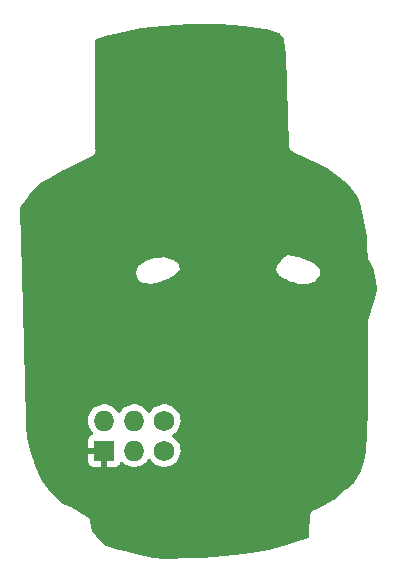
<source format=gbr>
%TF.GenerationSoftware,KiCad,Pcbnew,(6.0.1)*%
%TF.CreationDate,2022-06-11T13:52:41-05:00*%
%TF.ProjectId,HankPropane2.0,48616e6b-5072-46f7-9061-6e65322e302e,rev?*%
%TF.SameCoordinates,Original*%
%TF.FileFunction,Copper,L1,Top*%
%TF.FilePolarity,Positive*%
%FSLAX46Y46*%
G04 Gerber Fmt 4.6, Leading zero omitted, Abs format (unit mm)*
G04 Created by KiCad (PCBNEW (6.0.1)) date 2022-06-11 13:52:41*
%MOMM*%
%LPD*%
G01*
G04 APERTURE LIST*
%TA.AperFunction,ComponentPad*%
%ADD10O,1.727200X1.727200*%
%TD*%
%TA.AperFunction,ComponentPad*%
%ADD11R,1.727200X1.727200*%
%TD*%
%TA.AperFunction,ComponentPad*%
%ADD12C,1.727200*%
%TD*%
G04 APERTURE END LIST*
D10*
%TO.P,X1,1,VCC*%
%TO.N,+3V3*%
X172068800Y-109468600D03*
D11*
%TO.P,X1,2,GND*%
%TO.N,GND*%
X172068800Y-112008600D03*
D10*
%TO.P,X1,3,SDA*%
%TO.N,unconnected-(X1-Pad3)*%
X174608800Y-109468600D03*
%TO.P,X1,4,SCL*%
%TO.N,unconnected-(X1-Pad4)*%
X174608800Y-112008600D03*
D12*
%TO.P,X1,5,GPIO1*%
%TO.N,unconnected-(X1-Pad5)*%
X177148800Y-109468600D03*
%TO.P,X1,6,GPIO2*%
%TO.N,unconnected-(X1-Pad6)*%
X177148800Y-112008600D03*
%TD*%
%TA.AperFunction,Conductor*%
%TO.N,GND*%
G36*
X181877601Y-75920839D02*
G01*
X183892502Y-76045215D01*
X183901610Y-76046111D01*
X185709979Y-76290484D01*
X185728896Y-76294540D01*
X186825107Y-76619343D01*
X186847524Y-76625985D01*
X186907156Y-76664516D01*
X186913628Y-76672681D01*
X186982582Y-76767493D01*
X187297535Y-77200554D01*
X187320891Y-77261000D01*
X187447269Y-78419452D01*
X187452492Y-78467333D01*
X187453154Y-78476485D01*
X187729465Y-86188111D01*
X187727897Y-86212940D01*
X187726277Y-86222854D01*
X187731865Y-86268256D01*
X187732727Y-86279124D01*
X187733032Y-86287644D01*
X187733823Y-86292042D01*
X187733825Y-86292056D01*
X187736271Y-86305647D01*
X187737319Y-86312569D01*
X187744053Y-86367278D01*
X187747606Y-86375521D01*
X187748999Y-86380659D01*
X187750689Y-86385753D01*
X187752279Y-86394591D01*
X187756285Y-86402626D01*
X187756286Y-86402628D01*
X187776878Y-86443926D01*
X187779827Y-86450276D01*
X187801651Y-86500908D01*
X187807376Y-86507824D01*
X187810169Y-86512387D01*
X187813203Y-86516777D01*
X187817211Y-86524815D01*
X187823313Y-86531404D01*
X187823315Y-86531407D01*
X187854673Y-86565268D01*
X187859284Y-86570533D01*
X187894439Y-86613002D01*
X187901869Y-86618030D01*
X187905836Y-86621631D01*
X187909992Y-86625002D01*
X187916084Y-86631580D01*
X187923780Y-86636185D01*
X187923783Y-86636188D01*
X187963389Y-86659889D01*
X187969299Y-86663653D01*
X187987040Y-86675657D01*
X187994109Y-86678989D01*
X188005069Y-86684832D01*
X188040948Y-86706303D01*
X188054470Y-86709825D01*
X188076418Y-86717778D01*
X189180287Y-87237992D01*
X190207140Y-87721910D01*
X190217030Y-87727119D01*
X190899344Y-88126208D01*
X191502211Y-88478828D01*
X191516167Y-88488299D01*
X191615005Y-88565516D01*
X192260787Y-89070034D01*
X192269282Y-89076671D01*
X192279226Y-89085313D01*
X192369132Y-89172119D01*
X192944449Y-89727598D01*
X192961248Y-89747576D01*
X193436784Y-90449556D01*
X193444322Y-90462222D01*
X193536803Y-90640578D01*
X193742460Y-91037202D01*
X193754003Y-91069739D01*
X194064634Y-92575109D01*
X194065317Y-92578675D01*
X194284069Y-93818273D01*
X194285947Y-93837021D01*
X194309422Y-94776051D01*
X194309183Y-94787565D01*
X194308487Y-94798026D01*
X194308916Y-94802883D01*
X194310209Y-94817540D01*
X194310658Y-94825469D01*
X194311070Y-94841961D01*
X194312950Y-94853096D01*
X194314219Y-94862992D01*
X194387429Y-95692703D01*
X194387624Y-95695197D01*
X194391681Y-95754627D01*
X194391682Y-95754632D01*
X194392293Y-95763584D01*
X194395392Y-95772004D01*
X194404006Y-95795412D01*
X194408433Y-95810169D01*
X194416172Y-95843183D01*
X194420591Y-95850996D01*
X194453409Y-95909019D01*
X194453880Y-95909859D01*
X194910064Y-96730992D01*
X194923473Y-96767472D01*
X195098861Y-97644405D01*
X195101063Y-97661256D01*
X195143154Y-98334699D01*
X195143271Y-98336578D01*
X195140061Y-98373740D01*
X195122665Y-98446491D01*
X194886257Y-99435105D01*
X194884721Y-99440913D01*
X194663021Y-100204544D01*
X194661899Y-100208199D01*
X194397547Y-101025287D01*
X194391908Y-101039649D01*
X194377487Y-101070641D01*
X194376137Y-101079516D01*
X194367478Y-101136419D01*
X194367081Y-101138864D01*
X194355783Y-101204420D01*
X194356803Y-101213341D01*
X194356803Y-101213342D01*
X194360111Y-101242276D01*
X194360926Y-101256154D01*
X194385238Y-108306665D01*
X194386157Y-108573316D01*
X194386062Y-108578646D01*
X194312098Y-110477058D01*
X194310714Y-110512582D01*
X194310540Y-110515917D01*
X194212880Y-112005246D01*
X194211466Y-112026804D01*
X194210111Y-112038726D01*
X194130052Y-112532425D01*
X194072120Y-112889674D01*
X194066159Y-112912565D01*
X194028141Y-113017115D01*
X193700179Y-113919010D01*
X193690302Y-113939946D01*
X193333499Y-114544958D01*
X193197248Y-114775992D01*
X193166072Y-114811444D01*
X192601860Y-115250275D01*
X192591218Y-115257706D01*
X192589647Y-115258686D01*
X192589641Y-115258691D01*
X192585514Y-115261266D01*
X192581825Y-115264452D01*
X192567885Y-115276491D01*
X192562897Y-115280581D01*
X192546925Y-115293004D01*
X192543818Y-115296224D01*
X192543816Y-115296226D01*
X192541715Y-115298404D01*
X192533397Y-115306276D01*
X192457122Y-115372150D01*
X191483090Y-116213358D01*
X191463865Y-116227042D01*
X190593011Y-116731221D01*
X190575364Y-116739681D01*
X189881585Y-117008240D01*
X189862312Y-117013979D01*
X189849345Y-117016736D01*
X189849340Y-117016738D01*
X189840565Y-117018604D01*
X189832664Y-117022859D01*
X189807078Y-117036638D01*
X189803296Y-117038546D01*
X189799998Y-117039823D01*
X189796087Y-117042019D01*
X189796076Y-117042024D01*
X189773489Y-117054705D01*
X189771555Y-117055769D01*
X189712448Y-117087600D01*
X189709208Y-117090795D01*
X189705244Y-117093021D01*
X189698972Y-117099429D01*
X189698966Y-117099433D01*
X189658251Y-117141027D01*
X189656689Y-117142595D01*
X189615240Y-117183476D01*
X189615235Y-117183482D01*
X189608847Y-117189783D01*
X189606636Y-117193757D01*
X189603454Y-117197007D01*
X189571794Y-117256327D01*
X189570796Y-117258160D01*
X189538088Y-117316936D01*
X189537080Y-117321372D01*
X189534940Y-117325383D01*
X189533106Y-117334170D01*
X189533105Y-117334173D01*
X189521216Y-117391139D01*
X189520760Y-117393233D01*
X189513327Y-117425965D01*
X189513083Y-117429507D01*
X189512363Y-117433559D01*
X189507045Y-117459038D01*
X189507045Y-117459042D01*
X189505211Y-117467828D01*
X189505917Y-117476775D01*
X189507269Y-117493909D01*
X189507360Y-117512486D01*
X189413668Y-118871020D01*
X189385595Y-119278072D01*
X189360954Y-119344655D01*
X189306689Y-119386391D01*
X188807361Y-119586122D01*
X188799302Y-119589032D01*
X188441654Y-119704580D01*
X187187023Y-120109923D01*
X187179750Y-120112032D01*
X185999453Y-120416048D01*
X185549344Y-120531985D01*
X185538328Y-120534303D01*
X183884248Y-120805869D01*
X183876372Y-120806909D01*
X181376577Y-121056889D01*
X181368484Y-121057436D01*
X180310829Y-121094765D01*
X179232822Y-121132812D01*
X179231666Y-121132848D01*
X177307683Y-121182821D01*
X177296211Y-121182596D01*
X176204750Y-121111413D01*
X176185838Y-121108728D01*
X174746840Y-120791661D01*
X174741886Y-120790464D01*
X173782463Y-120537984D01*
X173329577Y-120418803D01*
X173320514Y-120416050D01*
X172078939Y-119987142D01*
X172032459Y-119958593D01*
X172024468Y-119950859D01*
X171394957Y-119341656D01*
X171377744Y-119321006D01*
X171349122Y-119278072D01*
X171077753Y-118871020D01*
X171059161Y-118826447D01*
X170890530Y-118004371D01*
X170888126Y-117985512D01*
X170887301Y-117969446D01*
X170886841Y-117960481D01*
X170874394Y-117924819D01*
X170873869Y-117923150D01*
X170873508Y-117921387D01*
X170871995Y-117917171D01*
X170871993Y-117917164D01*
X170862345Y-117890280D01*
X170861977Y-117889241D01*
X170850917Y-117857555D01*
X170838890Y-117823095D01*
X170837569Y-117821245D01*
X170836802Y-117819109D01*
X170795587Y-117762469D01*
X170794941Y-117761572D01*
X170759139Y-117711453D01*
X170754306Y-117704687D01*
X170752522Y-117703285D01*
X170751185Y-117701448D01*
X170695745Y-117658664D01*
X170694889Y-117657998D01*
X170670079Y-117638503D01*
X170666394Y-117635607D01*
X170664816Y-117634722D01*
X170663403Y-117633706D01*
X170661728Y-117632413D01*
X170635985Y-117612547D01*
X170608989Y-117601990D01*
X170593200Y-117594515D01*
X169217819Y-116822371D01*
X169212427Y-116819150D01*
X169208682Y-116816345D01*
X169199204Y-116811310D01*
X169180250Y-116801240D01*
X169177686Y-116799839D01*
X169156196Y-116787775D01*
X169156188Y-116787771D01*
X169152276Y-116785575D01*
X169148092Y-116783956D01*
X169147477Y-116783666D01*
X169142077Y-116780961D01*
X168441497Y-116408779D01*
X168412525Y-116387600D01*
X167840879Y-115828657D01*
X167383730Y-115381666D01*
X167366520Y-115360772D01*
X167321987Y-115293004D01*
X166837680Y-114556017D01*
X166831195Y-114544958D01*
X166212980Y-113356083D01*
X166204160Y-113334416D01*
X166077925Y-112916869D01*
X170697201Y-112916869D01*
X170697571Y-112923690D01*
X170703095Y-112974552D01*
X170706721Y-112989804D01*
X170751876Y-113110254D01*
X170760414Y-113125849D01*
X170836915Y-113227924D01*
X170849476Y-113240485D01*
X170951551Y-113316986D01*
X170967146Y-113325524D01*
X171087594Y-113370678D01*
X171102849Y-113374305D01*
X171153714Y-113379831D01*
X171160528Y-113380200D01*
X171796685Y-113380200D01*
X171811924Y-113375725D01*
X171813129Y-113374335D01*
X171814800Y-113366652D01*
X171814800Y-112280715D01*
X171810325Y-112265476D01*
X171808935Y-112264271D01*
X171801252Y-112262600D01*
X170715316Y-112262600D01*
X170700077Y-112267075D01*
X170698872Y-112268465D01*
X170697201Y-112276148D01*
X170697201Y-112916869D01*
X166077925Y-112916869D01*
X165895900Y-112314787D01*
X165894146Y-112308378D01*
X165555748Y-110930614D01*
X165552390Y-110908941D01*
X165480612Y-109832280D01*
X165480396Y-109827872D01*
X165468000Y-109434962D01*
X170692409Y-109434962D01*
X170692706Y-109440114D01*
X170692706Y-109440118D01*
X170698418Y-109539178D01*
X170705397Y-109660214D01*
X170706534Y-109665260D01*
X170706535Y-109665266D01*
X170727784Y-109759552D01*
X170755000Y-109880320D01*
X170756942Y-109885102D01*
X170756943Y-109885106D01*
X170793622Y-109975435D01*
X170839886Y-110089369D01*
X170957775Y-110281747D01*
X170961155Y-110285649D01*
X171029534Y-110364587D01*
X171103213Y-110449645D01*
X171103214Y-110449646D01*
X171105502Y-110452287D01*
X171104957Y-110452759D01*
X171137650Y-110511176D01*
X171133325Y-110582040D01*
X171091373Y-110639317D01*
X171059046Y-110657224D01*
X170967146Y-110691676D01*
X170951551Y-110700214D01*
X170849476Y-110776715D01*
X170836915Y-110789276D01*
X170760414Y-110891351D01*
X170751876Y-110906946D01*
X170706722Y-111027394D01*
X170703095Y-111042649D01*
X170697569Y-111093514D01*
X170697200Y-111100328D01*
X170697200Y-111736485D01*
X170701675Y-111751724D01*
X170703065Y-111752929D01*
X170710748Y-111754600D01*
X172196800Y-111754600D01*
X172264921Y-111774602D01*
X172311414Y-111828258D01*
X172322800Y-111880600D01*
X172322800Y-113362084D01*
X172327275Y-113377323D01*
X172328665Y-113378528D01*
X172336348Y-113380199D01*
X172977069Y-113380199D01*
X172983890Y-113379829D01*
X173034752Y-113374305D01*
X173050004Y-113370679D01*
X173170454Y-113325524D01*
X173186049Y-113316986D01*
X173288124Y-113240485D01*
X173300685Y-113227924D01*
X173377186Y-113125849D01*
X173385724Y-113110254D01*
X173420641Y-113017115D01*
X173463283Y-112960350D01*
X173529845Y-112935651D01*
X173599194Y-112950859D01*
X173633860Y-112978847D01*
X173645502Y-112992287D01*
X173819099Y-113136410D01*
X173823551Y-113139012D01*
X173823556Y-113139015D01*
X173912891Y-113191218D01*
X174013903Y-113250245D01*
X174224684Y-113330734D01*
X174229752Y-113331765D01*
X174229755Y-113331766D01*
X174298032Y-113345657D01*
X174445781Y-113375717D01*
X174450956Y-113375907D01*
X174450958Y-113375907D01*
X174666092Y-113383796D01*
X174666096Y-113383796D01*
X174671256Y-113383985D01*
X174676376Y-113383329D01*
X174676378Y-113383329D01*
X174746820Y-113374305D01*
X174895053Y-113355316D01*
X174900002Y-113353831D01*
X174900008Y-113353830D01*
X175106213Y-113291965D01*
X175106212Y-113291965D01*
X175111163Y-113290480D01*
X175238856Y-113227924D01*
X175309131Y-113193497D01*
X175309136Y-113193494D01*
X175313782Y-113191218D01*
X175317992Y-113188215D01*
X175317997Y-113188212D01*
X175493255Y-113063201D01*
X175493259Y-113063197D01*
X175497467Y-113060196D01*
X175657287Y-112900933D01*
X175778170Y-112732707D01*
X175834164Y-112689059D01*
X175904868Y-112682613D01*
X175967832Y-112715416D01*
X175987925Y-112740399D01*
X176035075Y-112817343D01*
X176035083Y-112817353D01*
X176037775Y-112821747D01*
X176185502Y-112992287D01*
X176359099Y-113136410D01*
X176363551Y-113139012D01*
X176363556Y-113139015D01*
X176452891Y-113191218D01*
X176553903Y-113250245D01*
X176764684Y-113330734D01*
X176769752Y-113331765D01*
X176769755Y-113331766D01*
X176838032Y-113345657D01*
X176985781Y-113375717D01*
X176990956Y-113375907D01*
X176990958Y-113375907D01*
X177206092Y-113383796D01*
X177206096Y-113383796D01*
X177211256Y-113383985D01*
X177216376Y-113383329D01*
X177216378Y-113383329D01*
X177286820Y-113374305D01*
X177435053Y-113355316D01*
X177440002Y-113353831D01*
X177440008Y-113353830D01*
X177646213Y-113291965D01*
X177646212Y-113291965D01*
X177651163Y-113290480D01*
X177778856Y-113227924D01*
X177849131Y-113193497D01*
X177849136Y-113193494D01*
X177853782Y-113191218D01*
X177857992Y-113188215D01*
X177857997Y-113188212D01*
X178033255Y-113063201D01*
X178033259Y-113063197D01*
X178037467Y-113060196D01*
X178197287Y-112900933D01*
X178328950Y-112717705D01*
X178428918Y-112515435D01*
X178490843Y-112311616D01*
X178493006Y-112304496D01*
X178493006Y-112304495D01*
X178494508Y-112299552D01*
X178509321Y-112187038D01*
X178523521Y-112079178D01*
X178523522Y-112079172D01*
X178523958Y-112075856D01*
X178525602Y-112008600D01*
X178507115Y-111783732D01*
X178452149Y-111564904D01*
X178362180Y-111357991D01*
X178314082Y-111283643D01*
X178242434Y-111172891D01*
X178242432Y-111172888D01*
X178239626Y-111168551D01*
X178087777Y-111001671D01*
X178083726Y-110998472D01*
X178083722Y-110998468D01*
X177914766Y-110865034D01*
X177914762Y-110865032D01*
X177910711Y-110861832D01*
X177887335Y-110848928D01*
X177837364Y-110798496D01*
X177822592Y-110729053D01*
X177847708Y-110662647D01*
X177875059Y-110636041D01*
X178033255Y-110523201D01*
X178033259Y-110523197D01*
X178037467Y-110520196D01*
X178197287Y-110360933D01*
X178328950Y-110177705D01*
X178428918Y-109975435D01*
X178494508Y-109759552D01*
X178523958Y-109535856D01*
X178525602Y-109468600D01*
X178507115Y-109243732D01*
X178452149Y-109024904D01*
X178362180Y-108817991D01*
X178314082Y-108743643D01*
X178242434Y-108632891D01*
X178242432Y-108632888D01*
X178239626Y-108628551D01*
X178087777Y-108461671D01*
X178083726Y-108458472D01*
X178083722Y-108458468D01*
X177914766Y-108325034D01*
X177914762Y-108325032D01*
X177910711Y-108321832D01*
X177713183Y-108212791D01*
X177500498Y-108137476D01*
X177450097Y-108128498D01*
X177283457Y-108098814D01*
X177283453Y-108098814D01*
X177278369Y-108097908D01*
X177206374Y-108097029D01*
X177057929Y-108095215D01*
X177057927Y-108095215D01*
X177052759Y-108095152D01*
X176829729Y-108129280D01*
X176615268Y-108199377D01*
X176415135Y-108303560D01*
X176411002Y-108306663D01*
X176410999Y-108306665D01*
X176386534Y-108325034D01*
X176234705Y-108439030D01*
X176231133Y-108442768D01*
X176086586Y-108594028D01*
X176078824Y-108602150D01*
X176075912Y-108606419D01*
X176075906Y-108606427D01*
X175982303Y-108743643D01*
X175927392Y-108788646D01*
X175856867Y-108796817D01*
X175793120Y-108765563D01*
X175772423Y-108741079D01*
X175702434Y-108632891D01*
X175702432Y-108632888D01*
X175699626Y-108628551D01*
X175547777Y-108461671D01*
X175543726Y-108458472D01*
X175543722Y-108458468D01*
X175374766Y-108325034D01*
X175374762Y-108325032D01*
X175370711Y-108321832D01*
X175173183Y-108212791D01*
X174960498Y-108137476D01*
X174910097Y-108128498D01*
X174743457Y-108098814D01*
X174743453Y-108098814D01*
X174738369Y-108097908D01*
X174666374Y-108097029D01*
X174517929Y-108095215D01*
X174517927Y-108095215D01*
X174512759Y-108095152D01*
X174289729Y-108129280D01*
X174075268Y-108199377D01*
X173875135Y-108303560D01*
X173871002Y-108306663D01*
X173870999Y-108306665D01*
X173846534Y-108325034D01*
X173694705Y-108439030D01*
X173691133Y-108442768D01*
X173546586Y-108594028D01*
X173538824Y-108602150D01*
X173535912Y-108606419D01*
X173535906Y-108606427D01*
X173442303Y-108743643D01*
X173387392Y-108788646D01*
X173316867Y-108796817D01*
X173253120Y-108765563D01*
X173232423Y-108741079D01*
X173162434Y-108632891D01*
X173162432Y-108632888D01*
X173159626Y-108628551D01*
X173007777Y-108461671D01*
X173003726Y-108458472D01*
X173003722Y-108458468D01*
X172834766Y-108325034D01*
X172834762Y-108325032D01*
X172830711Y-108321832D01*
X172633183Y-108212791D01*
X172420498Y-108137476D01*
X172370097Y-108128498D01*
X172203457Y-108098814D01*
X172203453Y-108098814D01*
X172198369Y-108097908D01*
X172126374Y-108097029D01*
X171977929Y-108095215D01*
X171977927Y-108095215D01*
X171972759Y-108095152D01*
X171749729Y-108129280D01*
X171535268Y-108199377D01*
X171335135Y-108303560D01*
X171331002Y-108306663D01*
X171330999Y-108306665D01*
X171306534Y-108325034D01*
X171154705Y-108439030D01*
X171151133Y-108442768D01*
X171006586Y-108594028D01*
X170998824Y-108602150D01*
X170871678Y-108788540D01*
X170869504Y-108793224D01*
X170869502Y-108793227D01*
X170798202Y-108946831D01*
X170776681Y-108993193D01*
X170716385Y-109210613D01*
X170692409Y-109434962D01*
X165468000Y-109434962D01*
X165075758Y-97002600D01*
X174726600Y-97002600D01*
X174731474Y-97017222D01*
X174731474Y-97017223D01*
X174888266Y-97487599D01*
X174904400Y-97536000D01*
X174915694Y-97543308D01*
X175324120Y-97807584D01*
X175324122Y-97807585D01*
X175336200Y-97815400D01*
X175350486Y-97817114D01*
X175350488Y-97817115D01*
X175670618Y-97855530D01*
X175971200Y-97891600D01*
X175980656Y-97889827D01*
X175980657Y-97889827D01*
X176368453Y-97817115D01*
X176784000Y-97739200D01*
X176789707Y-97736917D01*
X176789711Y-97736916D01*
X177163135Y-97587546D01*
X177166870Y-97586120D01*
X177437803Y-97487599D01*
X177437804Y-97487599D01*
X177444400Y-97485200D01*
X178155600Y-97028000D01*
X178334894Y-96774000D01*
X186639200Y-96774000D01*
X186677907Y-96828190D01*
X186711771Y-96875600D01*
X186890178Y-97125370D01*
X186890182Y-97125374D01*
X186893200Y-97129600D01*
X186969400Y-97205800D01*
X187234751Y-97369093D01*
X187597588Y-97592377D01*
X187629800Y-97612200D01*
X187636991Y-97614520D01*
X187636994Y-97614521D01*
X188408795Y-97863489D01*
X188408797Y-97863489D01*
X188417200Y-97866200D01*
X188426026Y-97866485D01*
X188426028Y-97866485D01*
X188670791Y-97874380D01*
X189204600Y-97891600D01*
X189213595Y-97889178D01*
X189213597Y-97889178D01*
X189851816Y-97717350D01*
X189851818Y-97717349D01*
X189865000Y-97713800D01*
X190017400Y-97586800D01*
X190281650Y-97200588D01*
X190337370Y-97119152D01*
X190337370Y-97119151D01*
X190347600Y-97104200D01*
X190310911Y-96774000D01*
X190298801Y-96665007D01*
X190298801Y-96665006D01*
X190296800Y-96647000D01*
X190248989Y-96596200D01*
X189898019Y-96223295D01*
X189898018Y-96223295D01*
X189890400Y-96215200D01*
X189554034Y-96047017D01*
X189133053Y-95836526D01*
X189133048Y-95836524D01*
X189128400Y-95834200D01*
X188563312Y-95660327D01*
X188469960Y-95631603D01*
X188469958Y-95631602D01*
X188468000Y-95631000D01*
X187934600Y-95504000D01*
X187706139Y-95487681D01*
X187594458Y-95479704D01*
X187594457Y-95479704D01*
X187579000Y-95478600D01*
X187564839Y-95484894D01*
X187564838Y-95484894D01*
X187519186Y-95505184D01*
X187350400Y-95580200D01*
X187278917Y-95658182D01*
X187111112Y-95841242D01*
X187071000Y-95885000D01*
X187068623Y-95888396D01*
X187068622Y-95888397D01*
X187001919Y-95983687D01*
X186715400Y-96393000D01*
X186639200Y-96774000D01*
X178334894Y-96774000D01*
X178339502Y-96767472D01*
X178449954Y-96610999D01*
X178449954Y-96610998D01*
X178460400Y-96596200D01*
X178415779Y-96417714D01*
X178363194Y-96207376D01*
X178358800Y-96189800D01*
X178154824Y-96047017D01*
X177860861Y-95841242D01*
X177860858Y-95841241D01*
X177850800Y-95834200D01*
X177063400Y-95656400D01*
X176830586Y-95664428D01*
X176336185Y-95681476D01*
X176336182Y-95681476D01*
X176326800Y-95681800D01*
X176317923Y-95684861D01*
X175598142Y-95933061D01*
X175598140Y-95933062D01*
X175590200Y-95935800D01*
X175307629Y-96128462D01*
X175104703Y-96266821D01*
X175031400Y-96316800D01*
X174752000Y-96850200D01*
X174750354Y-96860078D01*
X174750353Y-96860080D01*
X174740146Y-96921322D01*
X174726600Y-97002600D01*
X165075758Y-97002600D01*
X164903443Y-91540951D01*
X164921287Y-91472236D01*
X164927773Y-91462468D01*
X165042742Y-91305693D01*
X165333781Y-90908821D01*
X165337571Y-90904281D01*
X165337392Y-90904136D01*
X165340457Y-90900342D01*
X165343792Y-90896810D01*
X165346544Y-90892806D01*
X165346548Y-90892802D01*
X165360759Y-90872131D01*
X165362983Y-90868999D01*
X165378825Y-90847397D01*
X165380936Y-90843445D01*
X165383327Y-90839645D01*
X165383444Y-90839719D01*
X165386515Y-90834667D01*
X165418265Y-90788486D01*
X165892038Y-90099361D01*
X165906772Y-90081648D01*
X166613853Y-89374568D01*
X166642613Y-89353049D01*
X166998106Y-89159144D01*
X167647057Y-88805171D01*
X167653556Y-88802107D01*
X167653525Y-88802044D01*
X167657886Y-88799888D01*
X167662408Y-88798071D01*
X167686319Y-88783853D01*
X167690366Y-88781548D01*
X167708143Y-88771852D01*
X167708149Y-88771848D01*
X167712080Y-88769704D01*
X167715668Y-88767023D01*
X167719380Y-88764642D01*
X167725436Y-88760596D01*
X168614106Y-88232197D01*
X168623090Y-88227337D01*
X170988420Y-87069311D01*
X171008878Y-87061420D01*
X171025781Y-87056542D01*
X171033361Y-87051732D01*
X171033363Y-87051731D01*
X171057997Y-87036099D01*
X171063289Y-87033136D01*
X171063233Y-87033039D01*
X171067113Y-87030784D01*
X171071136Y-87028815D01*
X171092436Y-87014320D01*
X171095787Y-87012117D01*
X171148645Y-86978575D01*
X171154119Y-86972344D01*
X171160973Y-86967680D01*
X171200778Y-86919331D01*
X171203358Y-86916298D01*
X171238765Y-86875997D01*
X171238766Y-86875995D01*
X171244686Y-86869257D01*
X171248190Y-86861744D01*
X171253462Y-86855340D01*
X171278093Y-86797772D01*
X171279738Y-86794093D01*
X171302392Y-86745515D01*
X171302392Y-86745514D01*
X171306187Y-86737377D01*
X171307442Y-86729180D01*
X171310703Y-86721557D01*
X171312116Y-86709823D01*
X171318182Y-86659424D01*
X171318730Y-86655417D01*
X171322365Y-86631670D01*
X171322366Y-86631662D01*
X171323101Y-86626857D01*
X171323088Y-86621996D01*
X171323452Y-86617134D01*
X171323646Y-86617149D01*
X171324003Y-86611077D01*
X171327022Y-86585995D01*
X171328095Y-86577085D01*
X171324567Y-86555859D01*
X171322863Y-86535535D01*
X171322853Y-86531407D01*
X171304210Y-79353890D01*
X171298846Y-77288492D01*
X171318671Y-77220320D01*
X171372206Y-77173688D01*
X171390400Y-77166965D01*
X172164890Y-76946847D01*
X173317224Y-76619342D01*
X173326950Y-76616991D01*
X174065419Y-76469297D01*
X175181552Y-76246070D01*
X175191820Y-76244453D01*
X177125856Y-76021296D01*
X177134306Y-76020609D01*
X179231486Y-75920743D01*
X179237479Y-75920600D01*
X181869838Y-75920600D01*
X181877601Y-75920839D01*
G37*
%TD.AperFunction*%
%TD*%
M02*

</source>
